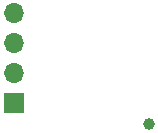
<source format=gbs>
G04 #@! TF.GenerationSoftware,KiCad,Pcbnew,(5.1.10)-1*
G04 #@! TF.CreationDate,2021-08-02T23:12:01-04:00*
G04 #@! TF.ProjectId,entropy r3,656e7472-6f70-4792-9072-332e6b696361,rev?*
G04 #@! TF.SameCoordinates,Original*
G04 #@! TF.FileFunction,Soldermask,Bot*
G04 #@! TF.FilePolarity,Negative*
%FSLAX46Y46*%
G04 Gerber Fmt 4.6, Leading zero omitted, Abs format (unit mm)*
G04 Created by KiCad (PCBNEW (5.1.10)-1) date 2021-08-02 23:12:01*
%MOMM*%
%LPD*%
G01*
G04 APERTURE LIST*
%ADD10C,1.000000*%
%ADD11R,1.700000X1.700000*%
%ADD12O,1.700000X1.700000*%
G04 APERTURE END LIST*
D10*
X147066000Y-67564000D03*
D11*
X135636000Y-65786000D03*
D12*
X135636000Y-63246000D03*
X135636000Y-60706000D03*
X135636000Y-58166000D03*
M02*

</source>
